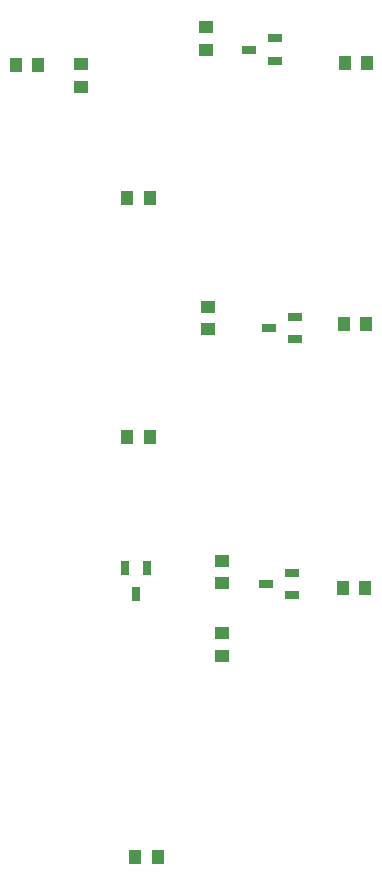
<source format=gbr>
G04 DipTrace 3.0.0.0*
G04 TopPaste.gbr*
%MOIN*%
G04 #@! TF.FileFunction,Paste,Top*
G04 #@! TF.Part,Single*
%ADD53R,0.031496X0.047244*%
%ADD55R,0.047244X0.031496*%
%ADD57R,0.051181X0.043307*%
%ADD66R,0.043307X0.051181*%
%FSLAX26Y26*%
G04*
G70*
G90*
G75*
G01*
G04 TopPaste*
%LPD*%
D66*
X2262599Y3638714D3*
X2337402D3*
X2260893Y2767323D3*
X2335696D3*
X2256299Y1886221D3*
X2331103D3*
X1565223Y989895D3*
X1640026D3*
X1166273Y3631496D3*
X1241076D3*
D57*
X1799738Y3681628D3*
Y3756431D3*
X1385433Y3633465D3*
Y3558662D3*
X1806168Y2824803D3*
Y2750000D3*
D66*
X1612730Y3186483D3*
X1537927D3*
D57*
X1854593Y1903675D3*
Y1978478D3*
D66*
X1613386Y2392126D3*
X1538583D3*
D57*
X1855250Y1735958D3*
Y1661155D3*
D55*
X2030709Y3644226D3*
X1944095Y3681628D3*
X2030709Y3719029D3*
X2097638Y2716011D3*
X2011024Y2753412D3*
X2097638Y2790814D3*
X2089108Y1862336D3*
X2002494Y1899738D3*
X2089108Y1937139D3*
D53*
X1604200Y1954200D3*
X1566798Y1867586D3*
X1529397Y1954200D3*
M02*

</source>
